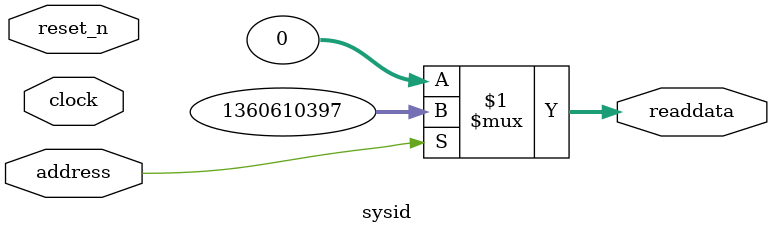
<source format=v>

`timescale 1ns / 1ps
// synthesis translate_on

// turn off superfluous verilog processor warnings 
// altera message_level Level1 
// altera message_off 10034 10035 10036 10037 10230 10240 10030 

module sysid (
               // inputs:
                address,
                clock,
                reset_n,

               // outputs:
                readdata
             )
;

  output  [ 31: 0] readdata;
  input            address;
  input            clock;
  input            reset_n;

  wire    [ 31: 0] readdata;
  //control_slave, which is an e_avalon_slave
  assign readdata = address ? 1360610397 : 0;

endmodule


</source>
